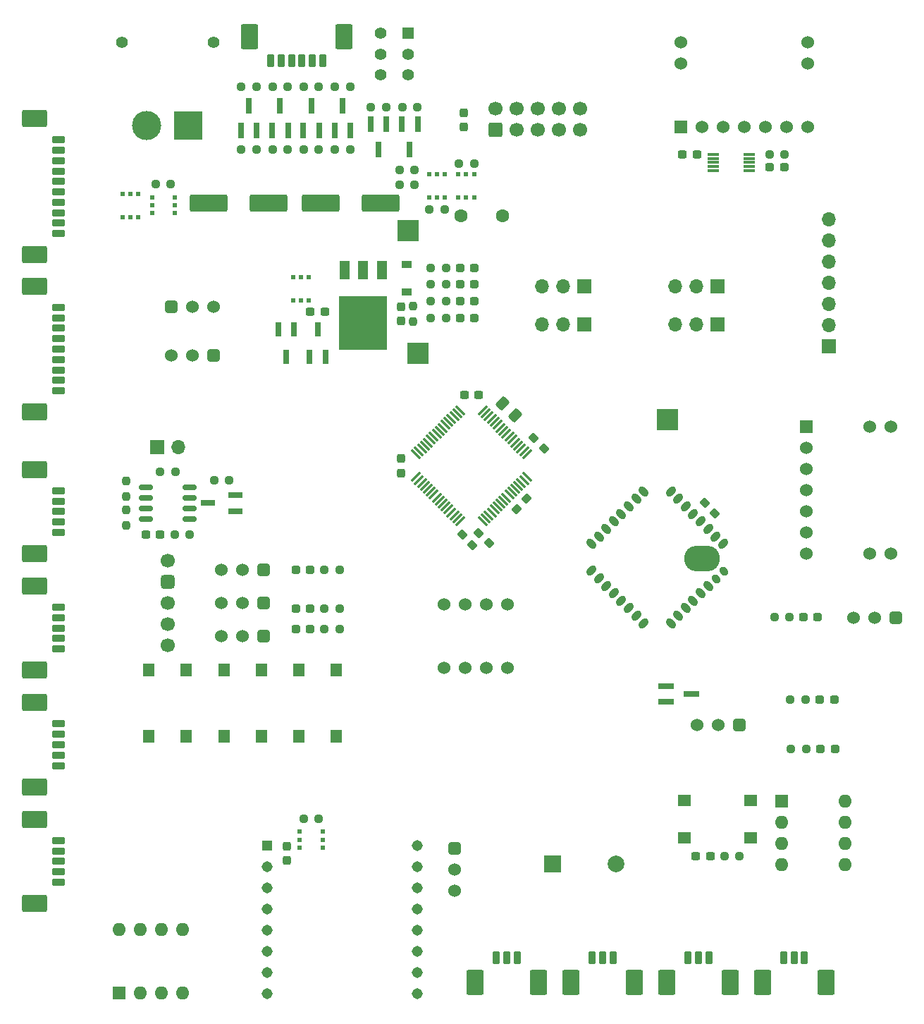
<source format=gts>
%TF.GenerationSoftware,KiCad,Pcbnew,(6.0.11)*%
%TF.CreationDate,2023-08-10T00:19:00+09:00*%
%TF.ProjectId,main,6d61696e-2e6b-4696-9361-645f70636258,rev?*%
%TF.SameCoordinates,Original*%
%TF.FileFunction,Soldermask,Top*%
%TF.FilePolarity,Negative*%
%FSLAX46Y46*%
G04 Gerber Fmt 4.6, Leading zero omitted, Abs format (unit mm)*
G04 Created by KiCad (PCBNEW (6.0.11)) date 2023-08-10 00:19:00*
%MOMM*%
%LPD*%
G01*
G04 APERTURE LIST*
G04 Aperture macros list*
%AMRoundRect*
0 Rectangle with rounded corners*
0 $1 Rounding radius*
0 $2 $3 $4 $5 $6 $7 $8 $9 X,Y pos of 4 corners*
0 Add a 4 corners polygon primitive as box body*
4,1,4,$2,$3,$4,$5,$6,$7,$8,$9,$2,$3,0*
0 Add four circle primitives for the rounded corners*
1,1,$1+$1,$2,$3*
1,1,$1+$1,$4,$5*
1,1,$1+$1,$6,$7*
1,1,$1+$1,$8,$9*
0 Add four rect primitives between the rounded corners*
20,1,$1+$1,$2,$3,$4,$5,0*
20,1,$1+$1,$4,$5,$6,$7,0*
20,1,$1+$1,$6,$7,$8,$9,0*
20,1,$1+$1,$8,$9,$2,$3,0*%
%AMHorizOval*
0 Thick line with rounded ends*
0 $1 width*
0 $2 $3 position (X,Y) of the first rounded end (center of the circle)*
0 $4 $5 position (X,Y) of the second rounded end (center of the circle)*
0 Add line between two ends*
20,1,$1,$2,$3,$4,$5,0*
0 Add two circle primitives to create the rounded ends*
1,1,$1,$2,$3*
1,1,$1,$4,$5*%
G04 Aperture macros list end*
%ADD10RoundRect,0.237500X0.300000X0.237500X-0.300000X0.237500X-0.300000X-0.237500X0.300000X-0.237500X0*%
%ADD11RoundRect,0.237500X0.380070X-0.044194X-0.044194X0.380070X-0.380070X0.044194X0.044194X-0.380070X0*%
%ADD12R,1.400000X1.600000*%
%ADD13RoundRect,0.237500X-0.237500X0.300000X-0.237500X-0.300000X0.237500X-0.300000X0.237500X0.300000X0*%
%ADD14RoundRect,0.237500X-0.250000X-0.237500X0.250000X-0.237500X0.250000X0.237500X-0.250000X0.237500X0*%
%ADD15RoundRect,0.237500X0.287500X0.237500X-0.287500X0.237500X-0.287500X-0.237500X0.287500X-0.237500X0*%
%ADD16R,0.620000X0.575000*%
%ADD17R,1.200000X0.900000*%
%ADD18R,1.900000X0.800000*%
%ADD19R,1.800000X0.800000*%
%ADD20C,1.600000*%
%ADD21RoundRect,0.237500X0.250000X0.237500X-0.250000X0.237500X-0.250000X-0.237500X0.250000X-0.237500X0*%
%ADD22RoundRect,0.381000X-0.381000X0.381000X-0.381000X-0.381000X0.381000X-0.381000X0.381000X0.381000X0*%
%ADD23C,1.524000*%
%ADD24RoundRect,0.200000X-0.600000X0.200000X-0.600000X-0.200000X0.600000X-0.200000X0.600000X0.200000X0*%
%ADD25RoundRect,0.250001X-1.249999X0.799999X-1.249999X-0.799999X1.249999X-0.799999X1.249999X0.799999X0*%
%ADD26R,2.500000X2.500000*%
%ADD27RoundRect,0.237500X-0.237500X0.250000X-0.237500X-0.250000X0.237500X-0.250000X0.237500X0.250000X0*%
%ADD28R,1.524000X1.524000*%
%ADD29R,1.700000X1.700000*%
%ADD30O,1.700000X1.700000*%
%ADD31RoundRect,0.237500X-0.287500X-0.237500X0.287500X-0.237500X0.287500X0.237500X-0.287500X0.237500X0*%
%ADD32R,0.575000X0.620000*%
%ADD33RoundRect,0.237500X0.237500X-0.300000X0.237500X0.300000X-0.237500X0.300000X-0.237500X-0.300000X0*%
%ADD34R,1.600000X1.600000*%
%ADD35O,1.600000X1.600000*%
%ADD36RoundRect,0.200000X0.200000X0.600000X-0.200000X0.600000X-0.200000X-0.600000X0.200000X-0.600000X0*%
%ADD37RoundRect,0.250001X0.799999X1.249999X-0.799999X1.249999X-0.799999X-1.249999X0.799999X-1.249999X0*%
%ADD38RoundRect,0.237500X-0.380070X0.044194X0.044194X-0.380070X0.380070X-0.044194X-0.044194X0.380070X0*%
%ADD39R,1.600000X1.400000*%
%ADD40RoundRect,0.237500X0.237500X-0.250000X0.237500X0.250000X-0.237500X0.250000X-0.237500X-0.250000X0*%
%ADD41RoundRect,0.250001X-1.999999X-0.799999X1.999999X-0.799999X1.999999X0.799999X-1.999999X0.799999X0*%
%ADD42R,1.308000X1.308000*%
%ADD43C,1.308000*%
%ADD44RoundRect,0.250001X1.999999X0.799999X-1.999999X0.799999X-1.999999X-0.799999X1.999999X-0.799999X0*%
%ADD45RoundRect,0.381000X-0.381000X-0.381000X0.381000X-0.381000X0.381000X0.381000X-0.381000X0.381000X0*%
%ADD46R,1.200000X2.200000*%
%ADD47R,5.800000X6.400000*%
%ADD48R,1.400000X1.400000*%
%ADD49C,1.400000*%
%ADD50O,4.300000X3.100000*%
%ADD51HorizOval,0.900000X-0.176777X-0.176777X0.176777X0.176777X0*%
%ADD52HorizOval,0.900000X-0.176777X0.176777X0.176777X-0.176777X0*%
%ADD53HorizOval,0.900000X-0.106066X0.106066X0.106066X-0.106066X0*%
%ADD54R,0.800000X1.900000*%
%ADD55RoundRect,0.200000X-0.200000X-0.600000X0.200000X-0.600000X0.200000X0.600000X-0.200000X0.600000X0*%
%ADD56RoundRect,0.250001X-0.799999X-1.249999X0.799999X-1.249999X0.799999X1.249999X-0.799999X1.249999X0*%
%ADD57R,1.400000X0.300000*%
%ADD58RoundRect,0.075000X0.548008X-0.441942X-0.441942X0.548008X-0.548008X0.441942X0.441942X-0.548008X0*%
%ADD59RoundRect,0.075000X0.548008X0.441942X0.441942X0.548008X-0.548008X-0.441942X-0.441942X-0.548008X0*%
%ADD60RoundRect,0.237500X0.044194X0.380070X-0.380070X-0.044194X-0.044194X-0.380070X0.380070X0.044194X0*%
%ADD61RoundRect,0.381000X0.381000X-0.381000X0.381000X0.381000X-0.381000X0.381000X-0.381000X-0.381000X0*%
%ADD62RoundRect,0.237500X-0.300000X-0.237500X0.300000X-0.237500X0.300000X0.237500X-0.300000X0.237500X0*%
%ADD63R,0.800000X1.800000*%
%ADD64RoundRect,0.425000X-0.425000X-0.425000X0.425000X-0.425000X0.425000X0.425000X-0.425000X0.425000X0*%
%ADD65C,1.700000*%
%ADD66R,3.500000X3.500000*%
%ADD67C,3.500000*%
%ADD68R,2.000000X2.000000*%
%ADD69C,2.000000*%
%ADD70RoundRect,0.250000X0.574524X0.097227X0.097227X0.574524X-0.574524X-0.097227X-0.097227X-0.574524X0*%
%ADD71RoundRect,0.150000X0.675000X0.150000X-0.675000X0.150000X-0.675000X-0.150000X0.675000X-0.150000X0*%
%ADD72RoundRect,0.250000X0.600000X-0.600000X0.600000X0.600000X-0.600000X0.600000X-0.600000X-0.600000X0*%
G04 APERTURE END LIST*
D10*
%TO.C,C17*%
X96112500Y-79840000D03*
X94387500Y-79840000D03*
%TD*%
D11*
%TO.C,C21*%
X142959880Y-104049880D03*
X141740120Y-102830120D03*
%TD*%
D12*
%TO.C,SW7*%
X79500000Y-130840000D03*
X79500000Y-122840000D03*
X75000000Y-122840000D03*
X75000000Y-130840000D03*
%TD*%
D13*
%TO.C,C22*%
X105250000Y-79227500D03*
X105250000Y-80952500D03*
%TD*%
D14*
%TO.C,R67*%
X93587500Y-52840000D03*
X95412500Y-52840000D03*
%TD*%
%TO.C,R47*%
X96087500Y-115540000D03*
X97912500Y-115540000D03*
%TD*%
%TO.C,R69*%
X86087500Y-52840000D03*
X87912500Y-52840000D03*
%TD*%
%TO.C,R48*%
X96087500Y-117940000D03*
X97912500Y-117940000D03*
%TD*%
D10*
%TO.C,C18*%
X114612500Y-89840000D03*
X112887500Y-89840000D03*
%TD*%
D15*
%TO.C,D8*%
X114125000Y-74590000D03*
X112375000Y-74590000D03*
%TD*%
D14*
%TO.C,R68*%
X89837500Y-52840000D03*
X91662500Y-52840000D03*
%TD*%
D16*
%TO.C,Q9*%
X92300000Y-78478000D03*
X93250000Y-78478000D03*
X94200000Y-78478000D03*
X94200000Y-75702000D03*
X93250000Y-75702000D03*
X92300000Y-75702000D03*
%TD*%
D17*
%TO.C,D7*%
X106000000Y-74190000D03*
X106000000Y-77490000D03*
%TD*%
D18*
%TO.C,Q6*%
X137150000Y-124790000D03*
X137150000Y-126690000D03*
X140150000Y-125740000D03*
%TD*%
D19*
%TO.C,Q14*%
X85400000Y-103790000D03*
X85400000Y-101890000D03*
X82100000Y-102840000D03*
%TD*%
D20*
%TO.C,C15*%
X117500000Y-68340000D03*
X112500000Y-68340000D03*
%TD*%
D21*
%TO.C,R39*%
X153862500Y-126440000D03*
X152037500Y-126440000D03*
%TD*%
D22*
%TO.C,SW4*%
X145940000Y-129490000D03*
D23*
X143400000Y-129490000D03*
X140860000Y-129490000D03*
%TD*%
D16*
%TO.C,Q8*%
X112150000Y-66140000D03*
X113100000Y-66140000D03*
X114050000Y-66140000D03*
X114050000Y-63364000D03*
X113100000Y-63364000D03*
X112150000Y-63364000D03*
%TD*%
D14*
%TO.C,R70*%
X93587500Y-140690000D03*
X95412500Y-140690000D03*
%TD*%
D24*
%TO.C,J10*%
X64150000Y-143340000D03*
X64150000Y-144590000D03*
X64150000Y-145840000D03*
X64150000Y-147090000D03*
X64150000Y-148340000D03*
D25*
X61250000Y-140790000D03*
X61250000Y-150890000D03*
%TD*%
D22*
%TO.C,U3*%
X82790000Y-85118000D03*
D23*
X80250000Y-85118000D03*
X77710000Y-85118000D03*
%TD*%
D26*
%TO.C,H4*%
X137250000Y-92840000D03*
%TD*%
D21*
%TO.C,R65*%
X87912500Y-60340000D03*
X86087500Y-60340000D03*
%TD*%
D26*
%TO.C,H3*%
X106150000Y-70140000D03*
%TD*%
D21*
%TO.C,R62*%
X99162500Y-60340000D03*
X97337500Y-60340000D03*
%TD*%
D27*
%TO.C,R58*%
X72250000Y-103677500D03*
X72250000Y-105502500D03*
%TD*%
D23*
%TO.C,J5*%
X146545000Y-57630000D03*
X154165000Y-57630000D03*
D28*
X138925000Y-57630000D03*
D23*
X149085000Y-57630000D03*
X144005000Y-57630000D03*
X141465000Y-57630000D03*
X151625000Y-57630000D03*
X154165000Y-50010000D03*
X154165000Y-47470000D03*
X138925000Y-47470000D03*
X138925000Y-50010000D03*
%TD*%
D29*
%TO.C,JP5*%
X75995000Y-96090000D03*
D30*
X78535000Y-96090000D03*
%TD*%
D14*
%TO.C,R52*%
X78087500Y-106590000D03*
X79912500Y-106590000D03*
%TD*%
D24*
%TO.C,J8*%
X64150000Y-115340000D03*
X64150000Y-116590000D03*
X64150000Y-117840000D03*
X64150000Y-119090000D03*
X64150000Y-120340000D03*
D25*
X61250000Y-122890000D03*
X61250000Y-112790000D03*
%TD*%
D15*
%TO.C,D13*%
X157325000Y-126440000D03*
X155575000Y-126440000D03*
%TD*%
D21*
%TO.C,R18*%
X145962500Y-145240000D03*
X144137500Y-145240000D03*
%TD*%
D24*
%TO.C,J7*%
X64150000Y-101340000D03*
X64150000Y-102590000D03*
X64150000Y-103840000D03*
X64150000Y-105090000D03*
X64150000Y-106340000D03*
D25*
X61250000Y-98790000D03*
X61250000Y-108890000D03*
%TD*%
D31*
%TO.C,D12*%
X92625000Y-110840000D03*
X94375000Y-110840000D03*
%TD*%
D23*
%TO.C,U8*%
X115520000Y-122650000D03*
X115520000Y-115030000D03*
X118060000Y-115030000D03*
X110440000Y-122650000D03*
X112980000Y-122650000D03*
X110440000Y-115030000D03*
X112980000Y-115030000D03*
X118060000Y-122650000D03*
%TD*%
D21*
%TO.C,R63*%
X95412500Y-60340000D03*
X93587500Y-60340000D03*
%TD*%
D29*
%TO.C,J4*%
X156650000Y-83990000D03*
D30*
X156650000Y-81450000D03*
X156650000Y-78910000D03*
X156650000Y-76370000D03*
X156650000Y-73830000D03*
X156650000Y-71290000D03*
X156650000Y-68750000D03*
%TD*%
D32*
%TO.C,Q25*%
X95888000Y-144190000D03*
X95888000Y-143240000D03*
X95888000Y-142290000D03*
X93112000Y-142290000D03*
X93112000Y-143240000D03*
X93112000Y-144190000D03*
%TD*%
D33*
%TO.C,C9*%
X112850000Y-57702500D03*
X112850000Y-55977500D03*
%TD*%
D34*
%TO.C,SW5*%
X151000000Y-138640000D03*
D35*
X151000000Y-141180000D03*
X151000000Y-143720000D03*
X151000000Y-146260000D03*
X158620000Y-146260000D03*
X158620000Y-143720000D03*
X158620000Y-141180000D03*
X158620000Y-138640000D03*
%TD*%
D13*
%TO.C,C25*%
X105250000Y-97477500D03*
X105250000Y-99202500D03*
%TD*%
D21*
%TO.C,R40*%
X153962500Y-132340000D03*
X152137500Y-132340000D03*
%TD*%
D36*
%TO.C,J2*%
X95875000Y-49740000D03*
X94625000Y-49740000D03*
X93375000Y-49740000D03*
X92125000Y-49740000D03*
X90875000Y-49740000D03*
X89625000Y-49740000D03*
D37*
X87075000Y-46840000D03*
X98425000Y-46840000D03*
%TD*%
D15*
%TO.C,D2*%
X155362500Y-116540000D03*
X153612500Y-116540000D03*
%TD*%
D38*
%TO.C,C19*%
X121240120Y-95030120D03*
X122459880Y-96249880D03*
%TD*%
D29*
%TO.C,JP4*%
X127275000Y-81340000D03*
D30*
X124735000Y-81340000D03*
X122195000Y-81340000D03*
%TD*%
D39*
%TO.C,SW3*%
X139300000Y-142990000D03*
X147300000Y-142990000D03*
X147300000Y-138490000D03*
X139300000Y-138490000D03*
%TD*%
D40*
%TO.C,R38*%
X106750000Y-81002500D03*
X106750000Y-79177500D03*
%TD*%
D14*
%TO.C,R54*%
X105425000Y-55340000D03*
X107250000Y-55340000D03*
%TD*%
D15*
%TO.C,D14*%
X157425000Y-132340000D03*
X155675000Y-132340000D03*
%TD*%
D21*
%TO.C,R26*%
X110500000Y-67590000D03*
X108675000Y-67590000D03*
%TD*%
D41*
%TO.C,C5*%
X82150000Y-66840000D03*
X89350000Y-66840000D03*
%TD*%
D42*
%TO.C,U10*%
X89233000Y-143950000D03*
D43*
X89233000Y-146490000D03*
X89233000Y-149030000D03*
X89233000Y-151570000D03*
X89233000Y-154110000D03*
X89233000Y-156650000D03*
X89233000Y-159190000D03*
X89233000Y-161730000D03*
X107267000Y-161730000D03*
X107267000Y-159190000D03*
X107267000Y-156650000D03*
X107267000Y-154110000D03*
X107267000Y-151570000D03*
X107267000Y-149030000D03*
X107267000Y-146490000D03*
X107267000Y-143950000D03*
%TD*%
D10*
%TO.C,C14*%
X142412500Y-145240000D03*
X140687500Y-145240000D03*
%TD*%
D34*
%TO.C,SW12*%
X71450000Y-161640000D03*
D35*
X73990000Y-161640000D03*
X76530000Y-161640000D03*
X79070000Y-161640000D03*
X79070000Y-154020000D03*
X76530000Y-154020000D03*
X73990000Y-154020000D03*
X71450000Y-154020000D03*
%TD*%
D44*
%TO.C,C16*%
X102850000Y-66840000D03*
X95650000Y-66840000D03*
%TD*%
D31*
%TO.C,D3*%
X149575000Y-62540000D03*
X151325000Y-62540000D03*
%TD*%
D15*
%TO.C,D10*%
X114125000Y-78590000D03*
X112375000Y-78590000D03*
%TD*%
D45*
%TO.C,SW14*%
X111750000Y-144300000D03*
D23*
X111750000Y-146840000D03*
X111750000Y-149380000D03*
%TD*%
D14*
%TO.C,R1*%
X75787500Y-64540000D03*
X77612500Y-64540000D03*
%TD*%
D46*
%TO.C,U5*%
X103030000Y-74890000D03*
D47*
X100750000Y-81190000D03*
D46*
X100750000Y-74890000D03*
X98470000Y-74890000D03*
%TD*%
D21*
%TO.C,R64*%
X91662500Y-60340000D03*
X89837500Y-60340000D03*
%TD*%
D48*
%TO.C,SW13*%
X106150000Y-46432500D03*
D49*
X106150000Y-48932500D03*
X106150000Y-51432500D03*
X102850000Y-46432500D03*
X102850000Y-48932500D03*
X102850000Y-51432500D03*
%TD*%
D27*
%TO.C,R57*%
X72250000Y-100177500D03*
X72250000Y-102002500D03*
%TD*%
D50*
%TO.C,U6*%
X141424012Y-109481421D03*
D51*
X143955454Y-107720725D03*
X143057428Y-106822700D03*
X142159403Y-105924674D03*
X141261377Y-105026649D03*
X140363351Y-104128623D03*
X139465326Y-103230597D03*
X138567300Y-102332572D03*
X137669275Y-101434546D03*
D52*
X134430725Y-101434546D03*
X133532700Y-102332572D03*
X132634674Y-103230597D03*
X131736649Y-104128623D03*
X130838623Y-105026649D03*
X129940597Y-105924674D03*
X129042572Y-106822700D03*
X128144546Y-107720725D03*
D51*
X128144546Y-110959275D03*
X129042572Y-111857300D03*
X129940597Y-112755326D03*
X130838623Y-113653351D03*
X131736649Y-114551377D03*
X132634674Y-115449403D03*
X133532700Y-116347428D03*
X134430725Y-117245454D03*
D52*
X137669275Y-117245454D03*
X138567300Y-116347428D03*
X139465326Y-115449403D03*
X140363351Y-114551377D03*
X141261377Y-113653351D03*
X142159403Y-112755326D03*
D53*
X143128139Y-111928011D03*
X144026164Y-111029985D03*
%TD*%
D16*
%TO.C,Q11*%
X110550000Y-63364000D03*
X109600000Y-63364000D03*
X108650000Y-63364000D03*
X108650000Y-66140000D03*
X109600000Y-66140000D03*
X110550000Y-66140000D03*
%TD*%
D32*
%TO.C,Q3*%
X78138000Y-68040000D03*
X78138000Y-67090000D03*
X78138000Y-66140000D03*
X75362000Y-66140000D03*
X75362000Y-67090000D03*
X75362000Y-68040000D03*
%TD*%
D54*
%TO.C,Q23*%
X89800000Y-58090000D03*
X91700000Y-58090000D03*
X90750000Y-55090000D03*
%TD*%
D13*
%TO.C,C35*%
X91550000Y-144027500D03*
X91550000Y-145752500D03*
%TD*%
D55*
%TO.C,J13*%
X116750000Y-157440000D03*
X118000000Y-157440000D03*
X119250000Y-157440000D03*
D56*
X114200000Y-160340000D03*
X121800000Y-160340000D03*
%TD*%
D14*
%TO.C,R53*%
X101675000Y-55340000D03*
X103500000Y-55340000D03*
%TD*%
D54*
%TO.C,Q21*%
X97300000Y-58090000D03*
X99200000Y-58090000D03*
X98250000Y-55090000D03*
%TD*%
D12*
%TO.C,SW11*%
X97500000Y-130840000D03*
X97500000Y-122840000D03*
X93000000Y-130840000D03*
X93000000Y-122840000D03*
%TD*%
D57*
%TO.C,U2*%
X147150000Y-62940000D03*
X147150000Y-62440000D03*
X147150000Y-61940000D03*
X147150000Y-61440000D03*
X147150000Y-60940000D03*
X142750000Y-60940000D03*
X142750000Y-61440000D03*
X142750000Y-61940000D03*
X142750000Y-62440000D03*
X142750000Y-62940000D03*
%TD*%
D29*
%TO.C,JP1*%
X143275000Y-76840000D03*
D30*
X140735000Y-76840000D03*
X138195000Y-76840000D03*
%TD*%
D58*
%TO.C,U7*%
X115111181Y-105004481D03*
X115464734Y-104650928D03*
X115818287Y-104297375D03*
X116171841Y-103943821D03*
X116525394Y-103590268D03*
X116878948Y-103236714D03*
X117232501Y-102883161D03*
X117586054Y-102529608D03*
X117939608Y-102176054D03*
X118293161Y-101822501D03*
X118646714Y-101468948D03*
X119000268Y-101115394D03*
X119353821Y-100761841D03*
X119707375Y-100408287D03*
X120060928Y-100054734D03*
X120414481Y-99701181D03*
D59*
X120414481Y-96978819D03*
X120060928Y-96625266D03*
X119707375Y-96271713D03*
X119353821Y-95918159D03*
X119000268Y-95564606D03*
X118646714Y-95211052D03*
X118293161Y-94857499D03*
X117939608Y-94503946D03*
X117586054Y-94150392D03*
X117232501Y-93796839D03*
X116878948Y-93443286D03*
X116525394Y-93089732D03*
X116171841Y-92736179D03*
X115818287Y-92382625D03*
X115464734Y-92029072D03*
X115111181Y-91675519D03*
D58*
X112388819Y-91675519D03*
X112035266Y-92029072D03*
X111681713Y-92382625D03*
X111328159Y-92736179D03*
X110974606Y-93089732D03*
X110621052Y-93443286D03*
X110267499Y-93796839D03*
X109913946Y-94150392D03*
X109560392Y-94503946D03*
X109206839Y-94857499D03*
X108853286Y-95211052D03*
X108499732Y-95564606D03*
X108146179Y-95918159D03*
X107792625Y-96271713D03*
X107439072Y-96625266D03*
X107085519Y-96978819D03*
D59*
X107085519Y-99701181D03*
X107439072Y-100054734D03*
X107792625Y-100408287D03*
X108146179Y-100761841D03*
X108499732Y-101115394D03*
X108853286Y-101468948D03*
X109206839Y-101822501D03*
X109560392Y-102176054D03*
X109913946Y-102529608D03*
X110267499Y-102883161D03*
X110621052Y-103236714D03*
X110974606Y-103590268D03*
X111328159Y-103943821D03*
X111681713Y-104297375D03*
X112035266Y-104650928D03*
X112388819Y-105004481D03*
%TD*%
D38*
%TO.C,C20*%
X114630240Y-106420240D03*
X115850000Y-107640000D03*
%TD*%
D22*
%TO.C,SW2*%
X164677500Y-116640000D03*
D23*
X162137500Y-116640000D03*
X159597500Y-116640000D03*
%TD*%
D21*
%TO.C,R35*%
X110662500Y-80590000D03*
X108837500Y-80590000D03*
%TD*%
D60*
%TO.C,C27*%
X120359880Y-102330120D03*
X119140120Y-103549880D03*
%TD*%
D14*
%TO.C,R23*%
X105087500Y-64590000D03*
X106912500Y-64590000D03*
%TD*%
D61*
%TO.C,U4*%
X77710000Y-79232999D03*
D23*
X80250000Y-79232999D03*
X82790000Y-79232999D03*
%TD*%
D21*
%TO.C,R24*%
X106912500Y-62840000D03*
X105087500Y-62840000D03*
%TD*%
D62*
%TO.C,C31*%
X74637500Y-106590000D03*
X76362500Y-106590000D03*
%TD*%
D12*
%TO.C,SW8*%
X84000000Y-122840000D03*
X84000000Y-130840000D03*
X88500000Y-130840000D03*
X88500000Y-122840000D03*
%TD*%
D15*
%TO.C,D11*%
X114125000Y-80590000D03*
X112375000Y-80590000D03*
%TD*%
D63*
%TO.C,Q7*%
X92450000Y-81940000D03*
X90550000Y-81940000D03*
X91500000Y-85240000D03*
%TD*%
D21*
%TO.C,R59*%
X78162500Y-99090000D03*
X76337500Y-99090000D03*
%TD*%
D54*
%TO.C,Q16*%
X107287500Y-57340000D03*
X105387500Y-57340000D03*
X106337500Y-60340000D03*
%TD*%
D26*
%TO.C,H5*%
X107350000Y-84840000D03*
%TD*%
D16*
%TO.C,Q1*%
X71800000Y-68478000D03*
X72750000Y-68478000D03*
X73700000Y-68478000D03*
X73700000Y-65702000D03*
X72750000Y-65702000D03*
X71800000Y-65702000D03*
%TD*%
D63*
%TO.C,Q10*%
X94300000Y-85240000D03*
X96200000Y-85240000D03*
X95250000Y-81940000D03*
%TD*%
D54*
%TO.C,Q24*%
X86050000Y-58090000D03*
X87950000Y-58090000D03*
X87000000Y-55090000D03*
%TD*%
D64*
%TO.C,SW1*%
X77250000Y-112300000D03*
D65*
X77250000Y-114840000D03*
X77250000Y-117380000D03*
X77250000Y-109760000D03*
X77250000Y-119920000D03*
%TD*%
D14*
%TO.C,R21*%
X112250000Y-62090000D03*
X114075000Y-62090000D03*
%TD*%
D38*
%TO.C,C24*%
X112640120Y-106630120D03*
X113859880Y-107849880D03*
%TD*%
D14*
%TO.C,R36*%
X96087500Y-110840000D03*
X97912500Y-110840000D03*
%TD*%
D49*
%TO.C,J1*%
X71750000Y-47515000D03*
X82750000Y-47515000D03*
D66*
X79750000Y-57515000D03*
D67*
X74750000Y-57515000D03*
%TD*%
D68*
%TO.C,LS1*%
X123470000Y-146140000D03*
D69*
X131070000Y-146140000D03*
%TD*%
D29*
%TO.C,JP3*%
X127275000Y-76840000D03*
D30*
X124735000Y-76840000D03*
X122195000Y-76840000D03*
%TD*%
D22*
%TO.C,SW9*%
X88790000Y-114840000D03*
D23*
X86250000Y-114840000D03*
X83710000Y-114840000D03*
%TD*%
%TO.C,J3*%
X153960000Y-101275000D03*
X153960000Y-108895000D03*
D28*
X153960000Y-93655000D03*
D23*
X153960000Y-103815000D03*
X153960000Y-98735000D03*
X153960000Y-96195000D03*
X153960000Y-106355000D03*
X164120000Y-93655000D03*
X161580000Y-93655000D03*
X164120000Y-108895000D03*
X161580000Y-108895000D03*
%TD*%
D31*
%TO.C,D15*%
X92625000Y-115540000D03*
X94375000Y-115540000D03*
%TD*%
D21*
%TO.C,R12*%
X151362500Y-60940000D03*
X149537500Y-60940000D03*
%TD*%
%TO.C,R32*%
X110662500Y-74590000D03*
X108837500Y-74590000D03*
%TD*%
D15*
%TO.C,D9*%
X114125000Y-76590000D03*
X112375000Y-76590000D03*
%TD*%
D55*
%TO.C,J14*%
X128250000Y-157440000D03*
X129500000Y-157440000D03*
X130750000Y-157440000D03*
D56*
X133300000Y-160340000D03*
X125700000Y-160340000D03*
%TD*%
D21*
%TO.C,R34*%
X110662500Y-78590000D03*
X108837500Y-78590000D03*
%TD*%
D54*
%TO.C,Q22*%
X93550000Y-58090000D03*
X95450000Y-58090000D03*
X94500000Y-55090000D03*
%TD*%
D29*
%TO.C,JP2*%
X143275000Y-81340000D03*
D30*
X140735000Y-81340000D03*
X138195000Y-81340000D03*
%TD*%
D22*
%TO.C,SW6*%
X88790000Y-110840000D03*
D23*
X86250000Y-110840000D03*
X83710000Y-110840000D03*
%TD*%
D24*
%TO.C,J12*%
X64150000Y-59215000D03*
X64150000Y-60465000D03*
X64150000Y-61715000D03*
X64150000Y-62965000D03*
X64150000Y-64215000D03*
X64150000Y-65465000D03*
X64150000Y-66715000D03*
X64150000Y-67965000D03*
X64150000Y-69215000D03*
X64150000Y-70465000D03*
D25*
X61250000Y-73015000D03*
X61250000Y-56665000D03*
%TD*%
D14*
%TO.C,R66*%
X97337500Y-52840000D03*
X99162500Y-52840000D03*
%TD*%
D55*
%TO.C,J15*%
X139750000Y-157440000D03*
X141000000Y-157440000D03*
X142250000Y-157440000D03*
D56*
X137200000Y-160340000D03*
X144800000Y-160340000D03*
%TD*%
D21*
%TO.C,R6*%
X151962500Y-116540000D03*
X150137500Y-116540000D03*
%TD*%
D31*
%TO.C,D16*%
X92625000Y-117940000D03*
X94375000Y-117940000D03*
%TD*%
D24*
%TO.C,J9*%
X64150000Y-129340000D03*
X64150000Y-130590000D03*
X64150000Y-131840000D03*
X64150000Y-133090000D03*
X64150000Y-134340000D03*
D25*
X61250000Y-136890000D03*
X61250000Y-126790000D03*
%TD*%
D54*
%TO.C,Q15*%
X103537500Y-57340000D03*
X101637500Y-57340000D03*
X102587500Y-60340000D03*
%TD*%
D21*
%TO.C,R33*%
X110662500Y-76590000D03*
X108837500Y-76590000D03*
%TD*%
D70*
%TO.C,C26*%
X118967246Y-92290869D03*
X117500000Y-90823623D03*
%TD*%
D71*
%TO.C,U9*%
X79875000Y-104745000D03*
X79875000Y-103475000D03*
X79875000Y-102205000D03*
X79875000Y-100935000D03*
X74625000Y-100935000D03*
X74625000Y-102205000D03*
X74625000Y-103475000D03*
X74625000Y-104745000D03*
%TD*%
D72*
%TO.C,J6*%
X116670000Y-58037500D03*
D65*
X116670000Y-55497500D03*
X119210000Y-58037500D03*
X119210000Y-55497500D03*
X121750000Y-58037500D03*
X121750000Y-55497500D03*
X124290000Y-58037500D03*
X124290000Y-55497500D03*
X126830000Y-58037500D03*
X126830000Y-55497500D03*
%TD*%
D10*
%TO.C,C7*%
X140812500Y-60940000D03*
X139087500Y-60940000D03*
%TD*%
D55*
%TO.C,J16*%
X151250000Y-157440000D03*
X152500000Y-157440000D03*
X153750000Y-157440000D03*
D56*
X156300000Y-160340000D03*
X148700000Y-160340000D03*
%TD*%
D21*
%TO.C,R51*%
X84662500Y-100090000D03*
X82837500Y-100090000D03*
%TD*%
D22*
%TO.C,SW10*%
X88790000Y-118840000D03*
D23*
X86250000Y-118840000D03*
X83710000Y-118840000D03*
%TD*%
D24*
%TO.C,J11*%
X64150000Y-79340000D03*
X64150000Y-80590000D03*
X64150000Y-81840000D03*
X64150000Y-83090000D03*
X64150000Y-84340000D03*
X64150000Y-85590000D03*
X64150000Y-86840000D03*
X64150000Y-88090000D03*
X64150000Y-89340000D03*
D25*
X61250000Y-91890000D03*
X61250000Y-76790000D03*
%TD*%
M02*

</source>
